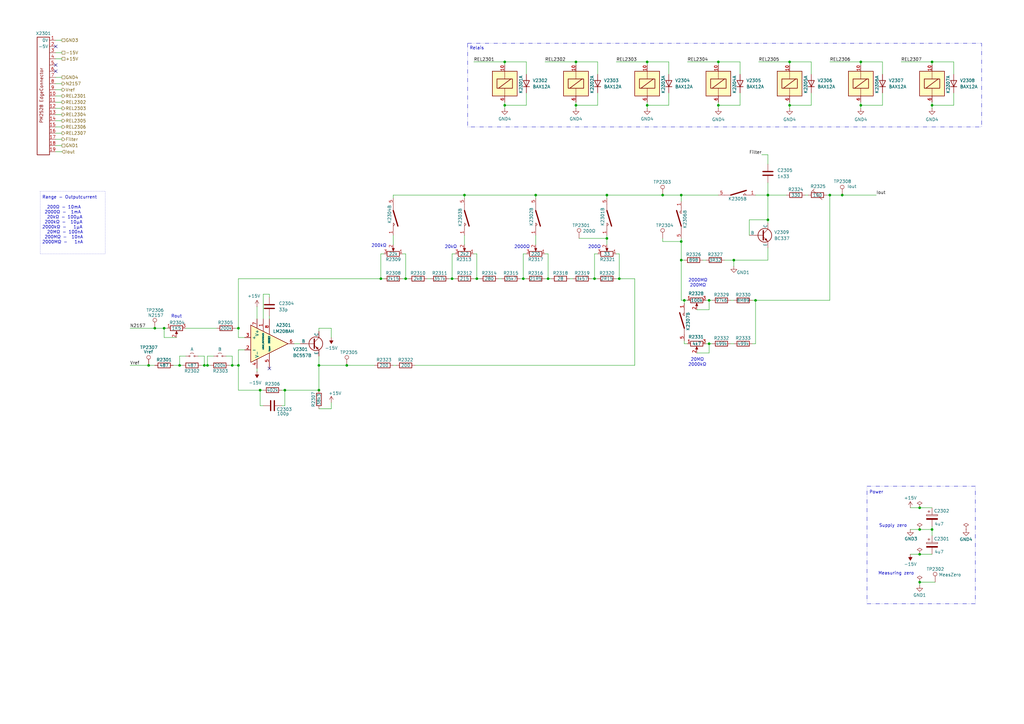
<source format=kicad_sch>
(kicad_sch (version 20250114) (generator "eeschema") (generator_version "9.0")
  (paper "A3")
  (title_block (title "Philips PM2528 - N23 (Current Source)") (date "2025-08-06") (rev "1.0") (company "D. Kupers"))
  (lib_symbols
    (symbol "Amplifier_Operational:AD8021AR"
      (property "Reference" "U" (at 1.27 7.62 0))
      (property "Value" "AD8021AR" (at 1.27 5.08 0))
      (symbol "AD8021AR_1_1"
        (pin input line (at -10.16 2.54 0) (length 2.54) (name "+") (number "3"))
        (pin input line (at -10.16 -2.54 0) (length 2.54) (name "-") (number "2"))
        (pin power_in line (at -5.08 10.16 270) (length 3.81) (name "V+") (number "7"))
        (pin power_in line (at -5.08 -10.16 90) (length 3.81) (name "V-") (number "4"))
        (pin input line (at -2.54 10.16 270) (length 5.08) (name "LOGIC_REFERENCE") (number "1"))
        (pin input line (at 0 10.16 270) (length 6.35) (name "~{DISABLE}") (number "8"))
        (pin passive line (at 0 -10.16 90) (length 6.35) (name "C_{COMP}") (number "5"))
        (pin output line (at 10.16 0 180) (length 2.54) (name "~") (number "6"))
      )
    )
    (symbol "Connector:TestPoint" (pin_numbers (hide yes)) (pin_names (offset 0.762) (hide yes))
      (property "Reference" "TP" (at 0 6.858 0))
      (property "Value" "TestPoint" (at 0 5.08 0))
      (symbol "TestPoint_1_1"
        (pin passive line (at 0 0 90) (length 2.54) (name "1") (number "1"))
      )
    )
    (symbol "Device:C" (pin_numbers (hide yes)) (pin_names (offset 0.254))
      (property "Reference" "C" (at 0.635 2.54 0))
      (property "Value" "C" (at 0.635 -2.54 0))
      (symbol "C_1_1"
        (pin passive line (at 0 3.81 270) (length 2.794) (name "~") (number "1"))
        (pin passive line (at 0 -3.81 90) (length 2.794) (name "~") (number "2"))
      )
    )
    (symbol "Device:C_Polarized" (pin_numbers (hide yes)) (pin_names (offset 0.254))
      (property "Reference" "C" (at 0.635 2.54 0))
      (property "Value" "C_Polarized" (at 0.635 -2.54 0))
      (symbol "C_Polarized_1_1"
        (pin passive line (at 0 3.81 270) (length 2.794) (name "~") (number "1"))
        (pin passive line (at 0 -3.81 90) (length 2.794) (name "~") (number "2"))
      )
    )
    (symbol "Device:R" (pin_numbers (hide yes)) (pin_names (offset 0))
      (property "Reference" "R" (at 2.032 0 90))
      (property "Value" "R" (at 0 0 90))
      (symbol "R_1_1"
        (pin passive line (at 0 3.81 270) (length 1.27) (name "~") (number "1"))
        (pin passive line (at 0 -3.81 90) (length 1.27) (name "~") (number "2"))
      )
    )
    (symbol "Device:R_Potentiometer" (pin_names (offset 1.016) (hide yes))
      (property "Reference" "RV" (at -4.445 0 90))
      (property "Value" "R_Potentiometer" (at -2.54 0 90))
      (symbol "R_Potentiometer_1_1"
        (pin passive line (at 0 3.81 270) (length 1.27) (name "1") (number "1"))
        (pin passive line (at 0 -3.81 90) (length 1.27) (name "3") (number "3"))
        (pin passive line (at 3.81 0 180) (length 1.27) (name "2") (number "2"))
      )
    )
    (symbol "Device:R_Trim" (pin_numbers (hide yes)) (pin_names (offset 0))
      (property "Reference" "R" (at 2.54 -2.54 90))
      (property "Value" "R_Trim" (at -2.54 -0.635 90))
      (symbol "R_Trim_1_1"
        (pin passive line (at 0 3.81 270) (length 1.27) (name "~") (number "1"))
        (pin passive line (at 0 -3.81 90) (length 1.27) (name "~") (number "2"))
      )
    )
    (symbol "Diode:1N4001" (pin_numbers (hide yes)) (pin_names (hide yes))
      (property "Reference" "D" (at 0 2.54 0))
      (property "Value" "1N4001" (at 0 -2.54 0))
      (symbol "1N4001_1_1"
        (pin passive line (at -3.81 0 0) (length 2.54) (name "K") (number "1"))
        (pin passive line (at 3.81 0 180) (length 2.54) (name "A") (number "2"))
      )
    )
    (symbol "Jumper:Jumper_2_Small_Open" (pin_numbers (hide yes)) (pin_names (offset 0) (hide yes))
      (property "Reference" "JP" (at 0 2.794 0))
      (property "Value" "Jumper_2_Small_Open" (at 0 -2.286 0))
      (symbol "Jumper_2_Small_Open_1_1"
        (pin passive line (at -2.54 0 0) (length 1.27) (name "A") (number "1"))
        (pin passive line (at 2.54 0 180) (length 1.27) (name "B") (number "2"))
      )
    )
    (symbol "PM2528:PCBEdge_Plugincard"
      (property "Reference" "K" (at -0.508 25.4 0))
      (symbol "PCBEdge_Plugincard_1_1"
        (text "PM2528 EdgeConnector" (at -0.762 0.254 900) (effects (font (size 1.27 1.27))))
        (pin passive line (at 5.08 22.86 180) (length 2.54) (name "0V") (number "1"))
        (pin passive line (at 5.08 20.32 180) (length 2.54) (name "-5V") (number "2"))
        (pin passive line (at 5.08 17.78 180) (length 2.54) (name "") (number "3"))
        (pin passive line (at 5.08 15.24 180) (length 2.54) (name "") (number "4"))
        (pin passive line (at 5.08 12.7 180) (length 2.54) (name "") (number "5"))
        (pin passive line (at 5.08 10.16 180) (length 2.54) (name "") (number "6"))
        (pin passive line (at 5.08 7.62 180) (length 2.54) (name "") (number "7"))
        (pin passive line (at 5.08 5.08 180) (length 2.54) (name "") (number "8"))
        (pin passive line (at 5.08 2.54 180) (length 2.54) (name "") (number "9"))
        (pin passive line (at 5.08 0 180) (length 2.54) (name "") (number "10"))
        (pin passive line (at 5.08 -2.54 180) (length 2.54) (name "") (number "11"))
        (pin passive line (at 5.08 -5.08 180) (length 2.54) (name "") (number "12"))
        (pin passive line (at 5.08 -7.62 180) (length 2.54) (name "") (number "13"))
        (pin passive line (at 5.08 -10.16 180) (length 2.54) (name "") (number "14"))
        (pin passive line (at 5.08 -12.7 180) (length 2.54) (name "") (number "15"))
        (pin passive line (at 5.08 -15.24 180) (length 2.54) (name "") (number "16"))
        (pin passive line (at 5.08 -17.78 180) (length 2.54) (name "") (number "17"))
        (pin passive line (at 5.08 -20.32 180) (length 2.54) (name "") (number "18"))
        (pin passive line (at 5.08 -22.86 180) (length 2.54) (name "") (number "19"))
      )
    )
    (symbol "PM2528:RelaisSingleSplit"
      (property "Reference" "K" (at 0 0 0))
      (symbol "RelaisSingleSplit_1_1"
        (pin passive line (at -2.54 10.16 270) (length 2.54) (name "~") (number "10"))
        (pin passive line (at -2.54 -5.08 90) (length 2.54) (name "~") (number "6"))
      )
      (symbol "RelaisSingleSplit_2_1"
        (pin passive line (at 0 7.62 270) (length 2.54) (name "~") (number "1"))
        (pin passive line (at 0 -7.62 90) (length 2.54) (name "~") (number "5"))
      )
    )
    (symbol "Simulation_SPICE:NPN" (pin_numbers (hide yes)) (pin_names (offset 0))
      (property "Reference" "Q" (at -2.54 7.62 0))
      (property "Value" "NPN" (at -2.54 5.08 0))
      (symbol "NPN_1_1"
        (pin input line (at -5.08 0 0) (length 2.54) (name "B") (number "2"))
        (pin open_collector line (at 2.54 5.08 270) (length 2.54) (name "C") (number "1"))
        (pin open_emitter line (at 2.54 -5.08 90) (length 2.54) (name "E") (number "3"))
      )
    )
    (symbol "Simulation_SPICE:PNP" (pin_numbers (hide yes)) (pin_names (offset 0))
      (property "Reference" "Q" (at -2.54 7.62 0))
      (property "Value" "PNP" (at -2.54 5.08 0))
      (symbol "PNP_1_1"
        (pin input line (at -5.08 0 0) (length 2.54) (name "B") (number "2"))
        (pin open_collector line (at 2.54 5.08 270) (length 2.54) (name "C") (number "1"))
        (pin open_emitter line (at 2.54 -5.08 90) (length 2.54) (name "E") (number "3"))
      )
    )
    (symbol "power:+15V" (power) (pin_numbers (hide yes)) (pin_names (offset 0) (hide yes))
      (property "Value" "+15V" (at 0 3.556 0))
      (symbol "+15V_1_1"
        (pin power_in line (at 0 0 90) (length 0) (name "~") (number "1"))
      )
    )
    (symbol "power:-15V" (power) (pin_numbers (hide yes)) (pin_names (offset 0) (hide yes))
      (property "Value" "-15V" (at 0 3.556 0))
      (symbol "-15V_0_0"
        (pin power_in line (at 0 0 90) (length 0) (name "~") (number "1"))
      )
    )
    (symbol "power:GND1" (power) (pin_numbers (hide yes)) (pin_names (offset 0) (hide yes))
      (property "Value" "GND1" (at 0 -3.81 0))
      (symbol "GND1_1_1"
        (pin power_in line (at 0 0 270) (length 0) (name "~") (number "1"))
      )
    )
    (symbol "power:GND3" (power) (pin_numbers (hide yes)) (pin_names (offset 0) (hide yes))
      (property "Value" "GND3" (at 0 -3.81 0))
      (symbol "GND3_1_1"
        (pin power_in line (at 0 0 270) (length 0) (name "~") (number "1"))
      )
    )
    (symbol "power:PWR_FLAG" (power) (pin_numbers (hide yes)) (pin_names (offset 0) (hide yes))
      (property "Value" "PWR_FLAG" (at 0 3.81 0))
      (symbol "PWR_FLAG_0_0"
        (pin power_out line (at 0 0 90) (length 0) (name "~") (number "1"))
      )
    )
  )
  (rectangle (start 191.77 17.78) (end 402.59 52.07) (stroke (width 0) (type dash_dot_dot)))
  (rectangle (start 16.51 78.486) (end 43.18 104.14) (stroke (width 0) (type dot)))
  (rectangle (start 355.6 199.39) (end 400.05 247.65) (stroke (width 0) (type dash_dot_dot)))
  (text "200Ω" (at 243.84 101.346 0) (effects (font (size 1.27 1.27))))
  (text "Power" (at 359.41 201.93 0) (effects (font (size 1.27 1.27))))
  (text "Measuring zero" (at 367.538 235.204 0) (effects (font (size 1.27 1.27))))
  (text "20kΩ" (at 184.912 101.346 0) (effects (font (size 1.27 1.27))))
  (text "2000MΩ\n200MΩ" (at 286.258 116.078 0) (effects (font (size 1.27 1.27))))
  (text "200kΩ" (at 155.448 100.838 0) (effects (font (size 1.27 1.27))))
  (text "20MΩ\n2000kΩ" (at 286.004 148.59 0) (effects (font (size 1.27 1.27))))
  (text "Relais" (at 195.58 19.812 0) (effects (font (size 1.27 1.27))))
  (text "2000Ω" (at 214.122 101.346 0) (effects (font (size 1.27 1.27))))
  (text "Rout" (at 72.39 129.794 0) (effects (font (size 1.27 1.27))))
  (text "Range - Outputcurrent\n\n  200Ω - 10mA\n 2000Ω -  1mA\n  20kΩ - 100µA\n 200kΩ -  10µA\n2000kΩ -   1µA\n  20MΩ - 100nA\n 200MΩ -  10nA\n2000MΩ -   1nA\n" (at 17.272 80.264 0) (effects (font (size 1.27 1.27) (thickness 0.1588)) (justify left top)))
  (text "Supply zero" (at 366.268 215.646 0) (effects (font (size 1.27 1.27))))
  (junction (at 314.96 80.01))
  (junction (at 323.85 43.18))
  (junction (at 63.5 134.62))
  (junction (at 97.79 134.62))
  (junction (at 290.83 123.19))
  (junction (at 214.63 114.3))
  (junction (at 279.4 80.01))
  (junction (at 254 114.3))
  (junction (at 130.81 149.86))
  (junction (at 353.06 25.4))
  (junction (at 67.31 134.62))
  (junction (at 185.42 114.3))
  (junction (at 236.22 43.18))
  (junction (at 219.71 80.01))
  (junction (at 265.43 25.4))
  (junction (at 279.4 106.68))
  (junction (at 382.27 43.18))
  (junction (at 236.22 25.4))
  (junction (at 290.83 140.97))
  (junction (at 340.36 80.01))
  (junction (at 280.67 123.19))
  (junction (at 207.01 25.4))
  (junction (at 116.84 160.02))
  (junction (at 248.92 80.01))
  (junction (at 248.92 97.79))
  (junction (at 294.64 43.18))
  (junction (at 166.37 114.3))
  (junction (at 309.88 123.19))
  (junction (at 377.19 208.28))
  (junction (at 345.44 80.01))
  (junction (at 300.99 106.68))
  (junction (at 377.19 238.76))
  (junction (at 377.19 217.17))
  (junction (at 95.25 149.86))
  (junction (at 207.01 43.18))
  (junction (at 377.19 227.33))
  (junction (at 279.4 99.06))
  (junction (at 243.84 114.3))
  (junction (at 382.27 25.4))
  (junction (at 73.66 149.86))
  (junction (at 314.96 90.17))
  (junction (at 382.27 217.17))
  (junction (at 97.79 149.86))
  (junction (at 224.79 114.3))
  (junction (at 60.96 149.86))
  (junction (at 271.78 80.01))
  (junction (at 85.09 149.86))
  (junction (at 130.81 160.02))
  (junction (at 156.21 114.3))
  (junction (at 106.68 160.02))
  (junction (at 353.06 43.18))
  (junction (at 323.85 25.4))
  (junction (at 265.43 43.18))
  (junction (at 190.5 80.01))
  (junction (at 142.24 149.86))
  (junction (at 195.58 114.3))
  (junction (at 294.64 25.4))
  (junction (at 83.82 149.86))
  (no_connect (at 110.49 151.13))
  (no_connect (at 22.86 29.21))
  (no_connect (at 22.86 19.05))
  (no_connect (at 22.86 26.67))
  (wire (pts (xy 340.36 80.01) (xy 340.36 123.19)))
  (wire (pts (xy 63.5 134.62) (xy 67.31 134.62)))
  (wire (pts (xy 95.25 146.05) (xy 95.25 149.86)))
  (wire (pts (xy 96.52 134.62) (xy 97.79 134.62)))
  (wire (pts (xy 290.83 123.19) (xy 292.1 123.19)))
  (wire (pts (xy 195.58 114.3) (xy 196.85 114.3)))
  (wire (pts (xy 213.36 114.3) (xy 214.63 114.3)))
  (wire (pts (xy 309.88 123.19) (xy 340.36 123.19)))
  (wire (pts (xy 289.56 123.19) (xy 290.83 123.19)))
  (wire (pts (xy 323.85 44.45) (xy 323.85 43.18)))
  (wire (pts (xy 116.84 160.02) (xy 130.81 160.02)))
  (wire (pts (xy 330.2 80.01) (xy 331.47 80.01)))
  (wire (pts (xy 157.48 114.3) (xy 156.21 114.3)))
  (wire (pts (xy 135.89 167.64) (xy 135.89 165.1)))
  (wire (pts (xy 130.81 135.89) (xy 130.81 134.62)))
  (wire (pts (xy 207.01 25.4) (xy 207.01 26.67)))
  (wire (pts (xy 314.96 80.01) (xy 314.96 90.17)))
  (wire (pts (xy 279.4 97.79) (xy 279.4 99.06)))
  (wire (pts (xy 289.56 140.97) (xy 290.83 140.97)))
  (wire (pts (xy 314.96 90.17) (xy 314.96 91.44)))
  (wire (pts (xy 245.11 43.18) (xy 236.22 43.18)))
  (wire (pts (xy 185.42 104.14) (xy 185.42 114.3)))
  (wire (pts (xy 299.72 123.19) (xy 300.99 123.19)))
  (wire (pts (xy 254 114.3) (xy 260.35 114.3)))
  (wire (pts (xy 53.34 134.62) (xy 63.5 134.62)))
  (wire (pts (xy 323.85 25.4) (xy 323.85 26.67)))
  (wire (pts (xy 71.12 149.86) (xy 73.66 149.86)))
  (wire (pts (xy 279.4 123.19) (xy 280.67 123.19)))
  (wire (pts (xy 252.73 25.4) (xy 265.43 25.4)))
  (wire (pts (xy 130.81 149.86) (xy 130.81 146.05)))
  (wire (pts (xy 314.96 80.01) (xy 322.58 80.01)))
  (wire (pts (xy 107.95 160.02) (xy 106.68 160.02)))
  (wire (pts (xy 97.79 114.3) (xy 156.21 114.3)))
  (wire (pts (xy 339.09 80.01) (xy 340.36 80.01)))
  (wire (pts (xy 107.95 120.65) (xy 110.49 120.65)))
  (wire (pts (xy 274.32 38.1) (xy 274.32 43.18)))
  (wire (pts (xy 161.29 81.28) (xy 161.29 80.01)))
  (wire (pts (xy 76.2 146.05) (xy 73.66 146.05)))
  (wire (pts (xy 314.96 106.68) (xy 300.99 106.68)))
  (wire (pts (xy 373.38 227.33) (xy 377.19 227.33)))
  (wire (pts (xy 308.61 123.19) (xy 309.88 123.19)))
  (wire (pts (xy 260.35 114.3) (xy 260.35 149.86)))
  (wire (pts (xy 382.27 217.17) (xy 382.27 219.71)))
  (wire (pts (xy 248.92 100.33) (xy 248.92 97.79)))
  (wire (pts (xy 95.25 149.86) (xy 97.79 149.86)))
  (wire (pts (xy 265.43 25.4) (xy 274.32 25.4)))
  (wire (pts (xy 22.86 24.13) (xy 25.4 24.13)))
  (wire (pts (xy 274.32 43.18) (xy 265.43 43.18)))
  (wire (pts (xy 285.75 144.78) (xy 290.83 144.78)))
  (wire (pts (xy 294.64 25.4) (xy 294.64 26.67)))
  (wire (pts (xy 207.01 25.4) (xy 215.9 25.4)))
  (wire (pts (xy 130.81 149.86) (xy 142.24 149.86)))
  (wire (pts (xy 175.26 114.3) (xy 176.53 114.3)))
  (wire (pts (xy 377.19 238.76) (xy 377.19 240.03)))
  (wire (pts (xy 72.39 138.43) (xy 67.31 138.43)))
  (wire (pts (xy 279.4 80.01) (xy 294.64 80.01)))
  (wire (pts (xy 67.31 134.62) (xy 68.58 134.62)))
  (wire (pts (xy 265.43 44.45) (xy 265.43 43.18)))
  (wire (pts (xy 223.52 104.14) (xy 224.79 104.14)))
  (wire (pts (xy 307.34 90.17) (xy 314.96 90.17)))
  (wire (pts (xy 345.44 80.01) (xy 359.41 80.01)))
  (wire (pts (xy 236.22 43.18) (xy 236.22 41.91)))
  (wire (pts (xy 361.95 43.18) (xy 353.06 43.18)))
  (wire (pts (xy 377.19 238.76) (xy 383.54 238.76)))
  (wire (pts (xy 290.83 140.97) (xy 292.1 140.97)))
  (wire (pts (xy 290.83 127) (xy 290.83 123.19)))
  (wire (pts (xy 308.61 140.97) (xy 309.88 140.97)))
  (wire (pts (xy 382.27 43.18) (xy 382.27 41.91)))
  (wire (pts (xy 190.5 80.01) (xy 219.71 80.01)))
  (wire (pts (xy 353.06 25.4) (xy 361.95 25.4)))
  (wire (pts (xy 369.57 25.4) (xy 382.27 25.4)))
  (wire (pts (xy 22.86 39.37) (xy 25.4 39.37)))
  (wire (pts (xy 219.71 80.01) (xy 219.71 81.28)))
  (wire (pts (xy 156.21 104.14) (xy 156.21 114.3)))
  (wire (pts (xy 373.38 217.17) (xy 377.19 217.17)))
  (wire (pts (xy 22.86 31.75) (xy 25.4 31.75)))
  (wire (pts (xy 105.41 125.73) (xy 105.41 130.81)))
  (wire (pts (xy 391.16 43.18) (xy 382.27 43.18)))
  (wire (pts (xy 314.96 101.6) (xy 314.96 106.68)))
  (wire (pts (xy 135.89 134.62) (xy 135.89 138.43)))
  (wire (pts (xy 303.53 38.1) (xy 303.53 43.18)))
  (wire (pts (xy 243.84 104.14) (xy 243.84 114.3)))
  (wire (pts (xy 254 104.14) (xy 254 114.3)))
  (wire (pts (xy 314.96 63.5) (xy 314.96 67.31)))
  (wire (pts (xy 85.09 146.05) (xy 85.09 149.86)))
  (wire (pts (xy 93.98 149.86) (xy 95.25 149.86)))
  (wire (pts (xy 377.19 217.17) (xy 382.27 217.17)))
  (wire (pts (xy 382.27 215.9) (xy 382.27 217.17)))
  (wire (pts (xy 166.37 104.14) (xy 166.37 114.3)))
  (wire (pts (xy 207.01 44.45) (xy 207.01 43.18)))
  (wire (pts (xy 194.31 114.3) (xy 195.58 114.3)))
  (wire (pts (xy 22.86 59.69) (xy 25.4 59.69)))
  (wire (pts (xy 361.95 38.1) (xy 361.95 43.18)))
  (wire (pts (xy 67.31 138.43) (xy 67.31 134.62)))
  (wire (pts (xy 83.82 149.86) (xy 85.09 149.86)))
  (wire (pts (xy 361.95 25.4) (xy 361.95 30.48)))
  (wire (pts (xy 156.21 104.14) (xy 157.48 104.14)))
  (wire (pts (xy 97.79 160.02) (xy 97.79 149.86)))
  (wire (pts (xy 309.88 123.19) (xy 309.88 140.97)))
  (wire (pts (xy 245.11 25.4) (xy 245.11 30.48)))
  (wire (pts (xy 116.84 166.37) (xy 116.84 160.02)))
  (wire (pts (xy 97.79 143.51) (xy 100.33 143.51)))
  (wire (pts (xy 207.01 43.18) (xy 207.01 41.91)))
  (wire (pts (xy 22.86 36.83) (xy 25.4 36.83)))
  (wire (pts (xy 332.74 43.18) (xy 323.85 43.18)))
  (wire (pts (xy 279.4 106.68) (xy 279.4 123.19)))
  (wire (pts (xy 288.29 106.68) (xy 289.56 106.68)))
  (wire (pts (xy 353.06 25.4) (xy 353.06 26.67)))
  (wire (pts (xy 279.4 80.01) (xy 271.78 80.01)))
  (wire (pts (xy 260.35 149.86) (xy 170.18 149.86)))
  (wire (pts (xy 120.65 140.97) (xy 123.19 140.97)))
  (wire (pts (xy 279.4 106.68) (xy 280.67 106.68)))
  (wire (pts (xy 299.72 140.97) (xy 300.99 140.97)))
  (wire (pts (xy 215.9 104.14) (xy 214.63 104.14)))
  (wire (pts (xy 215.9 38.1) (xy 215.9 43.18)))
  (wire (pts (xy 214.63 114.3) (xy 215.9 114.3)))
  (wire (pts (xy 290.83 144.78) (xy 290.83 140.97)))
  (wire (pts (xy 223.52 25.4) (xy 236.22 25.4)))
  (wire (pts (xy 204.47 114.3) (xy 205.74 114.3)))
  (wire (pts (xy 185.42 114.3) (xy 186.69 114.3)))
  (wire (pts (xy 165.1 114.3) (xy 166.37 114.3)))
  (wire (pts (xy 294.64 44.45) (xy 294.64 43.18)))
  (wire (pts (xy 22.86 52.07) (xy 25.4 52.07)))
  (wire (pts (xy 215.9 43.18) (xy 207.01 43.18)))
  (wire (pts (xy 332.74 25.4) (xy 332.74 30.48)))
  (wire (pts (xy 303.53 25.4) (xy 303.53 30.48)))
  (wire (pts (xy 83.82 146.05) (xy 81.28 146.05)))
  (wire (pts (xy 265.43 43.18) (xy 265.43 41.91)))
  (wire (pts (xy 60.96 149.86) (xy 63.5 149.86)))
  (wire (pts (xy 245.11 38.1) (xy 245.11 43.18)))
  (wire (pts (xy 294.64 43.18) (xy 294.64 41.91)))
  (wire (pts (xy 245.11 104.14) (xy 243.84 104.14)))
  (wire (pts (xy 22.86 62.23) (xy 25.4 62.23)))
  (wire (pts (xy 73.66 149.86) (xy 74.93 149.86)))
  (wire (pts (xy 252.73 114.3) (xy 254 114.3)))
  (wire (pts (xy 280.67 124.46) (xy 280.67 123.19)))
  (wire (pts (xy 190.5 81.28) (xy 190.5 80.01)))
  (wire (pts (xy 391.16 38.1) (xy 391.16 43.18)))
  (wire (pts (xy 186.69 104.14) (xy 185.42 104.14)))
  (wire (pts (xy 285.75 127) (xy 290.83 127)))
  (wire (pts (xy 281.94 25.4) (xy 294.64 25.4)))
  (wire (pts (xy 271.78 99.06) (xy 279.4 99.06)))
  (wire (pts (xy 340.36 80.01) (xy 345.44 80.01)))
  (wire (pts (xy 22.86 49.53) (xy 25.4 49.53)))
  (wire (pts (xy 105.41 151.13) (xy 105.41 152.4)))
  (wire (pts (xy 236.22 25.4) (xy 245.11 25.4)))
  (wire (pts (xy 115.57 166.37) (xy 116.84 166.37)))
  (wire (pts (xy 314.96 74.93) (xy 314.96 80.01)))
  (wire (pts (xy 353.06 43.18) (xy 353.06 41.91)))
  (wire (pts (xy 97.79 138.43) (xy 100.33 138.43)))
  (wire (pts (xy 252.73 104.14) (xy 254 104.14)))
  (wire (pts (xy 85.09 149.86) (xy 86.36 149.86)))
  (wire (pts (xy 130.81 160.02) (xy 130.81 149.86)))
  (wire (pts (xy 377.19 227.33) (xy 382.27 227.33)))
  (wire (pts (xy 97.79 143.51) (xy 97.79 149.86)))
  (wire (pts (xy 161.29 149.86) (xy 162.56 149.86)))
  (wire (pts (xy 382.27 25.4) (xy 391.16 25.4)))
  (wire (pts (xy 300.99 106.68) (xy 300.99 109.22)))
  (wire (pts (xy 142.24 149.86) (xy 153.67 149.86)))
  (wire (pts (xy 274.32 25.4) (xy 274.32 30.48)))
  (wire (pts (xy 161.29 80.01) (xy 190.5 80.01)))
  (wire (pts (xy 195.58 104.14) (xy 195.58 114.3)))
  (wire (pts (xy 130.81 167.64) (xy 135.89 167.64)))
  (wire (pts (xy 76.2 134.62) (xy 88.9 134.62)))
  (wire (pts (xy 309.88 80.01) (xy 314.96 80.01)))
  (wire (pts (xy 97.79 114.3) (xy 97.79 134.62)))
  (wire (pts (xy 265.43 25.4) (xy 265.43 26.67)))
  (wire (pts (xy 382.27 44.45) (xy 382.27 43.18)))
  (wire (pts (xy 115.57 160.02) (xy 116.84 160.02)))
  (wire (pts (xy 224.79 114.3) (xy 226.06 114.3)))
  (wire (pts (xy 311.15 25.4) (xy 323.85 25.4)))
  (wire (pts (xy 297.18 106.68) (xy 300.99 106.68)))
  (wire (pts (xy 242.57 114.3) (xy 243.84 114.3)))
  (wire (pts (xy 92.71 146.05) (xy 95.25 146.05)))
  (wire (pts (xy 323.85 25.4) (xy 332.74 25.4)))
  (wire (pts (xy 215.9 25.4) (xy 215.9 30.48)))
  (wire (pts (xy 106.68 166.37) (xy 106.68 160.02)))
  (wire (pts (xy 190.5 96.52) (xy 190.5 100.33)))
  (wire (pts (xy 236.22 44.45) (xy 236.22 43.18)))
  (wire (pts (xy 22.86 21.59) (xy 25.4 21.59)))
  (wire (pts (xy 110.49 120.65) (xy 110.49 121.92)))
  (wire (pts (xy 22.86 46.99) (xy 25.4 46.99)))
  (wire (pts (xy 280.67 123.19) (xy 281.94 123.19)))
  (wire (pts (xy 83.82 146.05) (xy 83.82 149.86)))
  (wire (pts (xy 279.4 99.06) (xy 279.4 106.68)))
  (wire (pts (xy 87.63 146.05) (xy 85.09 146.05)))
  (wire (pts (xy 184.15 114.3) (xy 185.42 114.3)))
  (wire (pts (xy 294.64 25.4) (xy 303.53 25.4)))
  (wire (pts (xy 161.29 96.52) (xy 161.29 100.33)))
  (wire (pts (xy 22.86 44.45) (xy 25.4 44.45)))
  (wire (pts (xy 332.74 38.1) (xy 332.74 43.18)))
  (wire (pts (xy 106.68 160.02) (xy 97.79 160.02)))
  (wire (pts (xy 107.95 130.81) (xy 107.95 120.65)))
  (wire (pts (xy 382.27 25.4) (xy 382.27 26.67)))
  (wire (pts (xy 243.84 114.3) (xy 245.11 114.3)))
  (wire (pts (xy 307.34 96.52) (xy 307.34 90.17)))
  (wire (pts (xy 248.92 80.01) (xy 271.78 80.01)))
  (wire (pts (xy 280.67 140.97) (xy 281.94 140.97)))
  (wire (pts (xy 22.86 34.29) (xy 25.4 34.29)))
  (wire (pts (xy 233.68 114.3) (xy 234.95 114.3)))
  (wire (pts (xy 279.4 80.01) (xy 279.4 82.55)))
  (wire (pts (xy 323.85 43.18) (xy 323.85 41.91)))
  (wire (pts (xy 271.78 99.06) (xy 271.78 97.79)))
  (wire (pts (xy 373.38 208.28) (xy 377.19 208.28)))
  (wire (pts (xy 110.49 129.54) (xy 110.49 130.81)))
  (wire (pts (xy 73.66 146.05) (xy 73.66 149.86)))
  (wire (pts (xy 130.81 134.62) (xy 135.89 134.62)))
  (wire (pts (xy 280.67 139.7) (xy 280.67 140.97)))
  (wire (pts (xy 194.31 104.14) (xy 195.58 104.14)))
  (wire (pts (xy 223.52 114.3) (xy 224.79 114.3)))
  (wire (pts (xy 377.19 208.28) (xy 382.27 208.28)))
  (wire (pts (xy 166.37 114.3) (xy 167.64 114.3)))
  (wire (pts (xy 312.42 63.5) (xy 314.96 63.5)))
  (wire (pts (xy 236.22 25.4) (xy 236.22 26.67)))
  (wire (pts (xy 194.31 25.4) (xy 207.01 25.4)))
  (wire (pts (xy 224.79 104.14) (xy 224.79 114.3)))
  (wire (pts (xy 353.06 44.45) (xy 353.06 43.18)))
  (wire (pts (xy 22.86 54.61) (xy 25.4 54.61)))
  (wire (pts (xy 237.49 97.79) (xy 248.92 97.79)))
  (wire (pts (xy 22.86 16.51) (xy 25.4 16.51)))
  (wire (pts (xy 391.16 25.4) (xy 391.16 30.48)))
  (wire (pts (xy 22.86 41.91) (xy 25.4 41.91)))
  (wire (pts (xy 303.53 43.18) (xy 294.64 43.18)))
  (wire (pts (xy 22.86 57.15) (xy 25.4 57.15)))
  (wire (pts (xy 97.79 134.62) (xy 97.79 138.43)))
  (wire (pts (xy 214.63 104.14) (xy 214.63 114.3)))
  (wire (pts (xy 82.55 149.86) (xy 83.82 149.86)))
  (wire (pts (xy 107.95 166.37) (xy 106.68 166.37)))
  (wire (pts (xy 248.92 80.01) (xy 248.92 81.28)))
  (wire (pts (xy 165.1 104.14) (xy 166.37 104.14)))
  (wire (pts (xy 248.92 97.79) (xy 248.92 96.52)))
  (wire (pts (xy 219.71 100.33) (xy 219.71 96.52)))
  (wire (pts (xy 219.71 80.01) (xy 248.92 80.01)))
  (wire (pts (xy 53.34 149.86) (xy 60.96 149.86)))
  (wire (pts (xy 340.36 25.4) (xy 353.06 25.4)))
  (label "REL2301" (at 194.31 25.4 0))
  (label "REL2305" (at 311.15 25.4 0))
  (label "Vref" (at 53.34 149.86 0))
  (label "REL2304" (at 281.94 25.4 0))
  (label "REL2302" (at 223.52 25.4 0))
  (label "N2157" (at 53.34 134.62 0))
  (label "Iout" (at 359.41 80.01 0))
  (label "REL2306" (at 340.36 25.4 0))
  (label "REL2303" (at 252.73 25.4 0))
  (label "Filter" (at 312.42 63.5 180))
  (label "REL2307" (at 369.57 25.4 0))
  (hierarchical_label "+15V" (shape passive) (at 25.4 24.13 0))
  (hierarchical_label "Filter" (shape output) (at 25.4 57.15 0))
  (hierarchical_label "REL2306" (shape output) (at 25.4 52.07 0))
  (hierarchical_label "Iout" (shape input) (at 25.4 62.23 0))
  (hierarchical_label "REL2303" (shape output) (at 25.4 44.45 0))
  (hierarchical_label "REL2302" (shape output) (at 25.4 41.91 0))
  (hierarchical_label "GND3" (shape passive) (at 25.4 16.51 0))
  (hierarchical_label "GND1" (shape passive) (at 25.4 59.69 0))
  (hierarchical_label "REL2304" (shape output) (at 25.4 46.99 0))
  (hierarchical_label "Vref" (shape output) (at 25.4 36.83 0))
  (hierarchical_label "REL2301" (shape output) (at 25.4 39.37 0))
  (hierarchical_label "N2157" (shape output) (at 25.4 34.29 0))
  (hierarchical_label "GND4" (shape passive) (at 25.4 31.75 0))
  (hierarchical_label "REL2305" (shape output) (at 25.4 49.53 0))
  (hierarchical_label "-15V" (shape passive) (at 25.4 21.59 0))
  (hierarchical_label "REL2307" (shape output) (at 25.4 54.61 0))
  (symbol (lib_id "Device:R") (at 92.71 134.62 90) (unit 1)
    (property "Reference" "R2305" (at 92.456 132.334 90))
    (property "Value" "200k" (at 92.71 134.62 90))
    (property "Footprint" "Resistor_THT:R_Axial_DIN0309_L9.0mm_D3.2mm_P12.70mm_Horizontal" (effects (hide yes)))
    (property "Description" "Resistor" (effects (hide yes)))
  )
  (symbol (lib_id "Device:R_Trim") (at 335.28 80.01 90) (unit 1)
    (property "Reference" "R2325" (at 335.534 76.454 90))
    (property "Value" "100" (at 335.28 80.01 90))
    (property "Footprint" "Varistor:RV_Disc_D7mm_W3.9mm_P5mm" (effects (hide yes)))
    (property "Description" "Trimmable resistor (preset resistor)" (effects (hide yes)))
  )
  (symbol (lib_id "Device:R") (at 166.37 149.86 90) (mirror x) (unit 1)
    (property "Reference" "R2322" (at 166.37 147.574 90))
    (property "Value" "200" (at 166.37 149.86 90))
    (property "Footprint" "Resistor_THT:R_Axial_DIN0309_L9.0mm_D3.2mm_P12.70mm_Horizontal" (effects (hide yes)))
    (property "Description" "Resistor" (effects (hide yes)))
  )
  (symbol (lib_id "Device:R") (at 248.92 114.3 90) (mirror x) (unit 1)
    (property "Reference" "R2320" (at 248.92 112.014 90))
    (property "Value" "2R15" (at 248.92 114.3 90))
    (property "Footprint" "Resistor_THT:R_Axial_DIN0207_L6.3mm_D2.5mm_P10.16mm_Horizontal" (effects (hide yes)))
    (property "Description" "Resistor" (effects (hide yes)))
  )
  (symbol (lib_id "Device:R_Potentiometer") (at 190.5 104.14 270) (mirror x) (unit 1)
    (property "Reference" "R2313" (at 190.246 106.426 90))
    (property "Value" "2k2" (at 190.5 104.14 90))
    (property "Footprint" "PM2528:Trimmer vertical" (effects (hide yes)))
    (property "Description" "Potentiometer" (effects (hide yes)))
  )
  (symbol (lib_id "Device:R") (at 157.48 149.86 90) (mirror x) (unit 1)
    (property "Reference" "R2323" (at 157.48 147.574 90))
    (property "Value" "200" (at 157.48 149.86 90))
    (property "Footprint" "Resistor_THT:R_Axial_DIN0309_L9.0mm_D3.2mm_P12.70mm_Horizontal" (effects (hide yes)))
    (property "Description" "Resistor" (effects (hide yes)))
  )
  (symbol (lib_id "Device:R") (at 171.45 114.3 90) (mirror x) (unit 1)
    (property "Reference" "R2310" (at 171.45 112.014 90))
    (property "Value" "2k8" (at 171.45 114.3 90))
    (property "Footprint" "Resistor_THT:R_Axial_DIN0207_L6.3mm_D2.5mm_P10.16mm_Horizontal" (effects (hide yes)))
    (property "Description" "Resistor" (effects (hide yes)))
  )
  (symbol (lib_id "Device:R") (at 284.48 106.68 90) (mirror x) (unit 1)
    (property "Reference" "R2326" (at 284.48 104.394 90))
    (property "Value" "898" (at 284.48 106.68 90))
    (property "Footprint" "Resistor_THT:R_Axial_DIN0207_L6.3mm_D2.5mm_P10.16mm_Horizontal" (effects (hide yes)))
    (property "Description" "Resistor" (effects (hide yes)))
  )
  (symbol (lib_id "power:-15V") (at 105.41 152.4 180) (unit 1)
    (property "Reference" "#PWR012" (effects (hide yes)))
    (property "Value" "-15V" (at 104.648 156.972 0))
    (property "Description" "Power symbol creates a global label with name \"-15V\"" (effects (hide yes)))
  )
  (symbol (lib_id "Device:R") (at 161.29 114.3 90) (mirror x) (unit 1)
    (property "Reference" "R2308" (at 161.29 112.014 90))
    (property "Value" "2k15" (at 161.29 114.3 90))
    (property "Footprint" "Resistor_THT:R_Axial_DIN0207_L6.3mm_D2.5mm_P10.16mm_Horizontal" (effects (hide yes)))
    (property "Description" "Resistor" (effects (hide yes)))
  )
  (symbol (lib_id "Diode:1N4001") (at 361.95 34.29 90) (unit 1)
    (property "Reference" "V2307" (at 364.49 33.0199 90) (effects (justify right)))
    (property "Value" "BAX12A" (at 364.49 35.5599 90) (effects (justify right)))
    (property "Footprint" "Diode_THT:D_DO-41_SOD81_P10.16mm_Horizontal" (effects (hide yes)))
    (property "Datasheet" "http://www.vishay.com/docs/88503/1n4001.pdf" (effects (hide yes)))
    (property "Description" "50V 1A General Purpose Rectifier Diode, DO-41" (effects (hide yes)))
    (property "Sim.Device" "D" (effects (hide yes)))
    (property "Sim.Pins" "1=K 2=A" (effects (hide yes)))
  )
  (symbol (lib_id "Connector:TestPoint") (at 383.54 238.76 0) (unit 1)
    (property "Reference" "TP2302" (at 379.984 233.426 0) (effects (justify left)))
    (property "Value" "MeasZero" (at 385.064 235.712 0) (effects (justify left)))
    (property "Footprint" "Connector_Pin:Pin_D0.9mm_L10.0mm_W2.4mm_FlatFork" (effects (hide yes)))
    (property "Description" "test point" (effects (hide yes)))
  )
  (symbol (lib_id "power:PWR_FLAG") (at 377.19 208.28 0) (unit 1)
    (property "Reference" "#FLG01" (effects (hide yes)))
    (property "Value" "PWR_FLAG" (effects (hide yes)))
    (property "Description" "Special symbol for telling ERC where power comes from" (effects (hide yes)))
  )
  (symbol (lib_id "power:GND3") (at 294.64 44.45 0) (unit 1)
    (property "Reference" "#PWR05" (effects (hide yes)))
    (property "Value" "GND4" (at 294.64 49.022 0))
    (property "Description" "Power symbol creates a global label with name \"GND3\" , ground" (effects (hide yes)))
  )
  (symbol (lib_id "Diode:1N4001") (at 332.74 34.29 90) (unit 1)
    (property "Reference" "V2306" (at 335.28 33.0199 90) (effects (justify right)))
    (property "Value" "BAX12A" (at 335.28 35.5599 90) (effects (justify right)))
    (property "Footprint" "Diode_THT:D_DO-41_SOD81_P10.16mm_Horizontal" (effects (hide yes)))
    (property "Datasheet" "http://www.vishay.com/docs/88503/1n4001.pdf" (effects (hide yes)))
    (property "Description" "50V 1A General Purpose Rectifier Diode, DO-41" (effects (hide yes)))
    (property "Sim.Device" "D" (effects (hide yes)))
    (property "Sim.Pins" "1=K 2=A" (effects (hide yes)))
  )
  (symbol (lib_id "Device:R") (at 229.87 114.3 90) (mirror x) (unit 1)
    (property "Reference" "R2318" (at 229.87 112.014 90))
    (property "Value" "28" (at 229.87 114.3 90))
    (property "Footprint" "Resistor_THT:R_Axial_DIN0207_L6.3mm_D2.5mm_P10.16mm_Horizontal" (effects (hide yes)))
    (property "Description" "Resistor" (effects (hide yes)))
  )
  (symbol (lib_id "Device:R") (at 209.55 114.3 90) (mirror x) (unit 1)
    (property "Reference" "R2315" (at 209.55 112.014 90))
    (property "Value" "35k7" (at 209.55 114.3 90))
    (property "Footprint" "Resistor_THT:R_Axial_DIN0207_L6.3mm_D2.5mm_P10.16mm_Horizontal" (effects (hide yes)))
    (property "Description" "Resistor" (effects (hide yes)))
  )
  (symbol (lib_id "Device:R") (at 190.5 114.3 90) (mirror x) (unit 1)
    (property "Reference" "R2312" (at 190.5 112.014 90))
    (property "Value" "215" (at 190.5 114.3 90))
    (property "Footprint" "Resistor_THT:R_Axial_DIN0207_L6.3mm_D2.5mm_P10.16mm_Horizontal" (effects (hide yes)))
    (property "Description" "Resistor" (effects (hide yes)))
  )
  (symbol (lib_id "power:PWR_FLAG") (at 377.19 217.17 0) (unit 1)
    (property "Reference" "#FLG02" (effects (hide yes)))
    (property "Value" "PWR_FLAG" (effects (hide yes)))
    (property "Description" "Special symbol for telling ERC where power comes from" (effects (hide yes)))
  )
  (symbol (lib_id "Jumper:Jumper_2_Small_Open") (at 90.17 146.05 0) (unit 1)
    (property "Reference" "JP2302" (effects (hide yes)))
    (property "Value" "B" (at 90.17 143.256 0))
    (property "Footprint" "TestPoint:TestPoint_Bridge_Pitch5.08mm_Drill0.7mm" (effects (hide yes)))
    (property "Description" "Jumper, 2-pole, small symbol, open" (effects (hide yes)))
  )
  (symbol (lib_id "Device:R") (at 295.91 140.97 90) (mirror x) (unit 1)
    (property "Reference" "R2332" (at 295.91 138.684 90))
    (property "Value" "499k" (at 295.91 140.97 90))
    (property "Footprint" "Resistor_THT:R_Axial_DIN0309_L9.0mm_D3.2mm_P12.70mm_Horizontal" (effects (hide yes)))
    (property "Description" "Resistor" (effects (hide yes)))
  )
  (symbol (lib_id "power:+15V") (at 373.38 208.28 0) (unit 1)
    (property "Reference" "#PWR011" (effects (hide yes)))
    (property "Value" "+15V" (at 373.38 204.216 0))
    (property "Description" "Power symbol creates a global label with name \"+15V\"" (effects (hide yes)))
  )
  (symbol (lib_id "Device:C") (at 110.49 125.73 0) (unit 1)
    (property "Reference" "C2304" (at 114.3 124.4599 0) (effects (justify left)))
    (property "Value" "33p" (at 114.3 126.9999 0) (effects (justify left)))
    (property "Footprint" "Capacitor_THT:C_Disc_D4.3mm_W1.9mm_P5.00mm" (effects (hide yes)))
    (property "Description" "Unpolarized capacitor" (effects (hide yes)))
  )
  (symbol (lib_id "power:GND3") (at 373.38 217.17 0) (unit 1)
    (property "Reference" "#PWR01" (effects (hide yes)))
    (property "Value" "GND3" (at 373.634 220.98 0))
    (property "Description" "Power symbol creates a global label with name \"GND3\" , ground" (effects (hide yes)))
  )
  (symbol (lib_id "Simulation_SPICE:NPN") (at 312.42 96.52 0) (unit 1)
    (property "Reference" "V2309" (at 317.5 95.2499 0) (effects (justify left)))
    (property "Value" "BC337" (at 317.5 97.7899 0) (effects (justify left)))
    (property "Footprint" "Package_TO_SOT_THT:TO-92" (effects (hide yes)))
    (property "Datasheet" "https://ngspice.sourceforge.io/docs/ngspice-html-manual/manual.xhtml#cha_BJTs" (effects (hide yes)))
    (property "Description" "Bipolar transistor symbol for simulation only, substrate tied to the emitter" (effects (hide yes)))
    (property "Sim.Device" "NPN" (effects (hide yes)))
    (property "Sim.Type" "GUMMELPOON" (effects (hide yes)))
    (property "Sim.Pins" "1=C 2=B 3=E" (effects (hide yes)))
  )
  (symbol (lib_id "Device:R") (at 111.76 160.02 90) (unit 1)
    (property "Reference" "R2306" (at 111.76 157.48 90))
    (property "Value" "402k" (at 111.76 160.02 90))
    (property "Footprint" "Resistor_THT:R_Axial_DIN0309_L9.0mm_D3.2mm_P12.70mm_Horizontal" (effects (hide yes)))
    (property "Description" "Resistor" (effects (hide yes)))
  )
  (symbol (lib_id "Device:C_Polarized") (at 382.27 212.09 0) (unit 1)
    (property "Reference" "C2302" (at 383.032 209.55 0) (effects (justify left)))
    (property "Value" "4u7" (at 383.286 214.884 0) (effects (justify left)))
    (property "Footprint" "Capacitor_THT:CP_Radial_Tantal_D4.5mm_P5.00mm" (effects (hide yes)))
    (property "Description" "Polarized capacitor" (effects (hide yes)))
  )
  (symbol (lib_id "Diode:1N4001") (at 303.53 34.29 90) (unit 1)
    (property "Reference" "V2305" (at 306.07 33.0199 90) (effects (justify right)))
    (property "Value" "BAX12A" (at 306.07 35.5599 90) (effects (justify right)))
    (property "Footprint" "Diode_THT:D_DO-41_SOD81_P10.16mm_Horizontal" (effects (hide yes)))
    (property "Datasheet" "http://www.vishay.com/docs/88503/1n4001.pdf" (effects (hide yes)))
    (property "Description" "50V 1A General Purpose Rectifier Diode, DO-41" (effects (hide yes)))
    (property "Sim.Device" "D" (effects (hide yes)))
    (property "Sim.Pins" "1=K 2=A" (effects (hide yes)))
  )
  (symbol (lib_id "power:GND3") (at 377.19 240.03 0) (unit 1)
    (property "Reference" "#PWR09" (effects (hide yes)))
    (property "Value" "GND1" (at 377.19 244.094 0))
    (property "Description" "Power symbol creates a global label with name \"GND3\" , ground" (effects (hide yes)))
  )
  (symbol (lib_id "Device:R") (at 295.91 123.19 90) (mirror x) (unit 1)
    (property "Reference" "R2329" (at 295.91 120.904 90))
    (property "Value" "97k6" (at 295.91 123.19 90))
    (property "Footprint" "Resistor_THT:R_Axial_DIN0207_L6.3mm_D2.5mm_P10.16mm_Horizontal" (effects (hide yes)))
    (property "Description" "Resistor" (effects (hide yes)))
  )
  (symbol (lib_id "Connector:TestPoint") (at 271.78 97.79 0) (unit 1)
    (property "Reference" "TP2304" (at 268.986 92.456 0) (effects (justify left)))
    (property "Footprint" "Connector_Pin:Pin_D0.9mm_L10.0mm_W2.4mm_FlatFork" (effects (hide yes)))
    (property "Description" "test point" (effects (hide yes)))
  )
  (symbol (lib_id "Diode:1N4001") (at 391.16 34.29 90) (unit 1)
    (property "Reference" "V2308" (at 393.7 33.0199 90) (effects (justify right)))
    (property "Value" "BAX12A" (at 393.7 35.5599 90) (effects (justify right)))
    (property "Footprint" "Diode_THT:D_DO-41_SOD81_P10.16mm_Horizontal" (effects (hide yes)))
    (property "Datasheet" "http://www.vishay.com/docs/88503/1n4001.pdf" (effects (hide yes)))
    (property "Description" "50V 1A General Purpose Rectifier Diode, DO-41" (effects (hide yes)))
    (property "Sim.Device" "D" (effects (hide yes)))
    (property "Sim.Pins" "1=K 2=A" (effects (hide yes)))
  )
  (symbol (lib_id "PM2528:RelaisSingleSplit") (at 355.6 36.83 0) (unit 1)
    (property "Reference" "K2306" (at 359.664 38.354 90) (effects (justify left)))
    (property "Value" "~" (at 359.41 35.56 0) (effects (justify left)))
    (property "Footprint" "PM2528:Reed relay assy" (effects (hide yes)))
  )
  (symbol (lib_id "Device:R") (at 67.31 149.86 90) (unit 1)
    (property "Reference" "R2301" (at 67.31 147.574 90))
    (property "Value" "487" (at 67.31 149.86 90))
    (property "Footprint" "Resistor_THT:R_Axial_DIN0207_L6.3mm_D2.5mm_P10.16mm_Horizontal" (effects (hide yes)))
    (property "Description" "Resistor" (effects (hide yes)))
  )
  (symbol (lib_id "Device:R") (at 200.66 114.3 90) (mirror x) (unit 1)
    (property "Reference" "R2314" (at 200.66 112.014 90))
    (property "Value" "280" (at 200.66 114.3 90))
    (property "Footprint" "Resistor_THT:R_Axial_DIN0207_L6.3mm_D2.5mm_P10.16mm_Horizontal" (effects (hide yes)))
    (property "Description" "Resistor" (effects (hide yes)))
  )
  (symbol (lib_id "Device:R") (at 304.8 123.19 90) (mirror x) (unit 1)
    (property "Reference" "R2330" (at 304.8 120.904 90))
    (property "Value" "8M89" (at 304.8 123.19 90))
    (property "Footprint" "Resistor_THT:R_Axial_DIN0411_L9.9mm_D3.6mm_P15.24mm_Horizontal" (effects (hide yes)))
    (property "Description" "Resistor" (effects (hide yes)))
  )
  (symbol (lib_id "Amplifier_Operational:AD8021AR") (at 110.49 140.97 0) (unit 1)
    (property "Reference" "A2301" (at 116.332 133.35 0))
    (property "Value" "LM208AH" (at 116.332 135.89 0))
    (property "Footprint" "Package_TO_SOT_THT:TO-99-8" (effects (hide yes)))
    (property "Datasheet" "https://www.analog.com/media/en/technical-documentation/data-sheets/AD8021.pdf" (effects (hide yes)))
    (property "Description" "Operational Amplifier, 4.5-24V single/dual supply, low noise, high speed, SOIC-8" (effects (hide yes)))
  )
  (symbol (lib_id "Connector:TestPoint") (at 271.78 80.01 0) (unit 1)
    (property "Reference" "TP2303" (at 267.97 74.676 0) (effects (justify left)))
    (property "Footprint" "Connector_Pin:Pin_D0.9mm_L10.0mm_W2.4mm_FlatFork" (effects (hide yes)))
    (property "Description" "test point" (effects (hide yes)))
  )
  (symbol (lib_id "Device:R_Potentiometer") (at 285.75 123.19 90) (mirror x) (unit 1)
    (property "Reference" "R2328" (at 285.496 120.396 90))
    (property "Value" "100k" (at 285.75 123.19 90))
    (property "Footprint" "PM2528:Trimmer vertical" (effects (hide yes)))
    (property "Description" "Potentiometer" (effects (hide yes)))
  )
  (symbol (lib_id "PM2528:RelaisSingleSplit") (at 238.76 36.83 0) (unit 1)
    (property "Reference" "K2302" (at 242.824 38.354 90) (effects (justify left)))
    (property "Value" "~" (at 242.57 35.56 0) (effects (justify left)))
    (property "Footprint" "PM2528:Reed relay assy" (effects (hide yes)))
  )
  (symbol (lib_id "power:GND3") (at 382.27 44.45 0) (unit 1)
    (property "Reference" "#PWR08" (effects (hide yes)))
    (property "Value" "GND4" (at 382.27 49.022 0))
    (property "Description" "Power symbol creates a global label with name \"GND3\" , ground" (effects (hide yes)))
  )
  (symbol (lib_id "Device:C") (at 314.96 71.12 180) (unit 1)
    (property "Reference" "C2305" (at 318.77 69.8499 0) (effects (justify right)))
    (property "Value" "1n33" (at 318.77 72.3899 0) (effects (justify right)))
    (property "Footprint" "Capacitor_THT:C_Axial_L5.1mm_D3.1mm_P15.00mm_Horizontal" (effects (hide yes)))
    (property "Description" "Unpolarized capacitor" (effects (hide yes)))
  )
  (symbol (lib_id "Device:R") (at 219.71 114.3 90) (mirror x) (unit 1)
    (property "Reference" "R2316" (at 219.71 112.014 90))
    (property "Value" "21R5" (at 219.71 114.3 90))
    (property "Footprint" "Resistor_THT:R_Axial_DIN0207_L6.3mm_D2.5mm_P10.16mm_Horizontal" (effects (hide yes)))
    (property "Description" "Resistor" (effects (hide yes)))
  )
  (symbol (lib_id "power:GND3") (at 353.06 44.45 0) (unit 1)
    (property "Reference" "#PWR07" (effects (hide yes)))
    (property "Value" "GND4" (at 353.06 49.022 0))
    (property "Description" "Power symbol creates a global label with name \"GND3\" , ground" (effects (hide yes)))
  )
  (symbol (lib_id "power:GND3") (at 396.24 217.17 0) (unit 1)
    (property "Reference" "#PWR0101" (effects (hide yes)))
    (property "Value" "GND4" (at 396.24 221.234 0))
    (property "Description" "Power symbol creates a global label with name \"GND3\" , ground" (effects (hide yes)))
  )
  (symbol (lib_id "Simulation_SPICE:PNP") (at 128.27 140.97 0) (unit 1)
    (property "Reference" "V2301" (at 120.142 143.256 0) (effects (justify left)))
    (property "Value" "BC557B" (at 120.142 145.796 0) (effects (justify left)))
    (property "Footprint" "Package_TO_SOT_THT:TO-92" (effects (hide yes)))
    (property "Datasheet" "https://ngspice.sourceforge.io/docs/ngspice-html-manual/manual.xhtml#cha_BJTs" (effects (hide yes)))
    (property "Description" "Bipolar transistor symbol for simulation only, substrate tied to the emitter" (effects (hide yes)))
    (property "Sim.Device" "PNP" (effects (hide yes)))
    (property "Sim.Type" "GUMMELPOON" (effects (hide yes)))
    (property "Sim.Pins" "1=C 2=B 3=E" (effects (hide yes)))
  )
  (symbol (lib_id "power:PWR_FLAG") (at 377.19 238.76 0) (unit 1)
    (property "Reference" "#FLG05" (effects (hide yes)))
    (property "Value" "PWR_FLAG" (effects (hide yes)))
    (property "Description" "Special symbol for telling ERC where power comes from" (effects (hide yes)))
  )
  (symbol (lib_id "Jumper:Jumper_2_Small_Open") (at 78.74 146.05 0) (unit 1)
    (property "Reference" "JP2301" (effects (hide yes)))
    (property "Value" "A" (at 78.74 143.256 0))
    (property "Footprint" "TestPoint:TestPoint_Bridge_Pitch5.08mm_Drill0.7mm" (effects (hide yes)))
    (property "Description" "Jumper, 2-pole, small symbol, open" (effects (hide yes)))
  )
  (symbol (lib_id "Connector:TestPoint") (at 60.96 149.86 0) (unit 1)
    (property "Reference" "TP2307" (at 57.404 142.494 0) (effects (justify left)))
    (property "Value" "Vref" (at 58.928 144.272 0) (effects (justify left)))
    (property "Footprint" "Connector_Pin:Pin_D0.9mm_L10.0mm_W2.4mm_FlatFork" (effects (hide yes)))
    (property "Description" "test point" (effects (hide yes)))
  )
  (symbol (lib_id "Connector:TestPoint") (at 237.49 97.79 0) (unit 1)
    (property "Reference" "TP2301" (at 234.696 92.456 0) (effects (justify left)))
    (property "Value" "200Ω" (at 239.014 94.742 0) (effects (justify left)))
    (property "Footprint" "Connector_Pin:Pin_D0.9mm_L10.0mm_W2.4mm_FlatFork" (effects (hide yes)))
    (property "Description" "test point" (effects (hide yes)))
  )
  (symbol (lib_id "Device:R") (at 326.39 80.01 90) (mirror x) (unit 1)
    (property "Reference" "R2324" (at 326.39 77.724 90))
    (property "Value" "330" (at 326.39 80.01 90))
    (property "Footprint" "Resistor_THT:R_Axial_DIN0614_L14.3mm_D5.7mm_P25.40mm_Horizontal" (effects (hide yes)))
    (property "Description" "Resistor" (effects (hide yes)))
  )
  (symbol (lib_id "Device:R") (at 90.17 149.86 90) (unit 1)
    (property "Reference" "R2303" (at 90.424 152.146 90))
    (property "Value" "200k" (at 90.17 149.86 90))
    (property "Footprint" "Resistor_THT:R_Axial_DIN0309_L9.0mm_D3.2mm_P12.70mm_Horizontal" (effects (hide yes)))
    (property "Description" "Resistor" (effects (hide yes)))
  )
  (symbol (lib_id "PM2528:RelaisSingleSplit") (at 297.18 36.83 0) (unit 1)
    (property "Reference" "K2304" (at 301.244 38.354 90) (effects (justify left)))
    (property "Value" "~" (at 300.99 35.56 0) (effects (justify left)))
    (property "Footprint" "PM2528:Reed relay assy" (effects (hide yes)))
  )
  (symbol (lib_id "Device:C_Polarized") (at 382.27 223.52 0) (unit 1)
    (property "Reference" "C2301" (at 383.032 220.98 0) (effects (justify left)))
    (property "Value" "4u7" (at 383.286 226.314 0) (effects (justify left)))
    (property "Footprint" "Capacitor_THT:CP_Radial_Tantal_D4.5mm_P5.00mm" (effects (hide yes)))
    (property "Description" "Polarized capacitor" (effects (hide yes)))
  )
  (symbol (lib_id "Connector:TestPoint") (at 142.24 149.86 0) (unit 1)
    (property "Reference" "TP2305" (at 139.446 144.526 0) (effects (justify left)))
    (property "Footprint" "Connector_Pin:Pin_D0.9mm_L10.0mm_W2.4mm_FlatFork" (effects (hide yes)))
    (property "Description" "test point" (effects (hide yes)))
  )
  (symbol (lib_id "PM2528:PCBEdge_Plugincard") (at 17.78 39.37 0) (unit 1)
    (property "Reference" "X2301" (at 17.78 13.716 0))
    (property "Footprint" "PM2528:PM2528_RiserCardConnector" (effects (hide yes)))
  )
  (symbol (lib_id "Diode:1N4001") (at 215.9 34.29 90) (unit 1)
    (property "Reference" "V2302" (at 218.44 33.0199 90) (effects (justify right)))
    (property "Value" "BAX12A" (at 218.44 35.5599 90) (effects (justify right)))
    (property "Footprint" "Diode_THT:D_DO-41_SOD81_P10.16mm_Horizontal" (effects (hide yes)))
    (property "Datasheet" "http://www.vishay.com/docs/88503/1n4001.pdf" (effects (hide yes)))
    (property "Description" "50V 1A General Purpose Rectifier Diode, DO-41" (effects (hide yes)))
    (property "Sim.Device" "D" (effects (hide yes)))
    (property "Sim.Pins" "1=K 2=A" (effects (hide yes)))
  )
  (symbol (lib_id "PM2528:RelaisSingleSplit") (at 209.55 36.83 0) (unit 1)
    (property "Reference" "K2301" (at 213.614 38.354 90) (effects (justify left)))
    (property "Value" "~" (at 213.36 35.56 0) (effects (justify left)))
    (property "Footprint" "PM2528:Reed relay assy" (effects (hide yes)))
  )
  (symbol (lib_id "Device:R") (at 293.37 106.68 90) (mirror x) (unit 1)
    (property "Reference" "R2327" (at 293.37 104.394 90))
    (property "Value" "3R32" (at 293.37 106.68 90))
    (property "Footprint" "Resistor_THT:R_Axial_DIN0207_L6.3mm_D2.5mm_P10.16mm_Horizontal" (effects (hide yes)))
    (property "Description" "Resistor" (effects (hide yes)))
  )
  (symbol (lib_id "Device:R_Potentiometer") (at 285.75 140.97 90) (mirror x) (unit 1)
    (property "Reference" "R2331" (at 285.496 138.176 90))
    (property "Value" "4k7" (at 285.75 140.97 90))
    (property "Footprint" "PM2528:Trimmer vertical" (effects (hide yes)))
    (property "Description" "Potentiometer" (effects (hide yes)))
  )
  (symbol (lib_id "power:GND3") (at 207.01 44.45 0) (unit 1)
    (property "Reference" "#PWR04" (effects (hide yes)))
    (property "Value" "GND4" (at 207.01 48.768 0))
    (property "Description" "Power symbol creates a global label with name \"GND3\" , ground" (effects (hide yes)))
  )
  (symbol (lib_id "power:PWR_FLAG") (at 396.24 217.17 0) (unit 1)
    (property "Reference" "#FLG04" (effects (hide yes)))
    (property "Value" "PWR_FLAG" (effects (hide yes)))
    (property "Description" "Special symbol for telling ERC where power comes from" (effects (hide yes)))
  )
  (symbol (lib_id "power:GND3") (at 265.43 44.45 0) (unit 1)
    (property "Reference" "#PWR03" (effects (hide yes)))
    (property "Value" "GND4" (at 265.43 48.768 0))
    (property "Description" "Power symbol creates a global label with name \"GND3\" , ground" (effects (hide yes)))
  )
  (symbol (lib_id "power:GND3") (at 236.22 44.45 0) (unit 1)
    (property "Reference" "#PWR02" (effects (hide yes)))
    (property "Value" "GND4" (at 236.22 48.768 0))
    (property "Description" "Power symbol creates a global label with name \"GND3\" , ground" (effects (hide yes)))
  )
  (symbol (lib_id "Diode:1N4001") (at 245.11 34.29 90) (unit 1)
    (property "Reference" "V2303" (at 247.65 33.0199 90) (effects (justify right)))
    (property "Value" "BAX12A" (at 247.65 35.5599 90) (effects (justify right)))
    (property "Footprint" "Diode_THT:D_DO-41_SOD81_P10.16mm_Horizontal" (effects (hide yes)))
    (property "Datasheet" "http://www.vishay.com/docs/88503/1n4001.pdf" (effects (hide yes)))
    (property "Description" "50V 1A General Purpose Rectifier Diode, DO-41" (effects (hide yes)))
    (property "Sim.Device" "D" (effects (hide yes)))
    (property "Sim.Pins" "1=K 2=A" (effects (hide yes)))
  )
  (symbol (lib_id "PM2528:RelaisSingleSplit") (at 279.4 90.17 0) (unit 2)
    (property "Reference" "K2306" (at 280.924 89.916 90))
    (property "Footprint" "PM2528:Reed relay assy" (effects (hide yes)))
  )
  (symbol (lib_id "Diode:1N4001") (at 274.32 34.29 90) (unit 1)
    (property "Reference" "V2304" (at 276.86 33.0199 90) (effects (justify right)))
    (property "Value" "BAX12A" (at 276.86 35.5599 90) (effects (justify right)))
    (property "Footprint" "Diode_THT:D_DO-41_SOD81_P10.16mm_Horizontal" (effects (hide yes)))
    (property "Datasheet" "http://www.vishay.com/docs/88503/1n4001.pdf" (effects (hide yes)))
    (property "Description" "50V 1A General Purpose Rectifier Diode, DO-41" (effects (hide yes)))
    (property "Sim.Device" "D" (effects (hide yes)))
    (property "Sim.Pins" "1=K 2=A" (effects (hide yes)))
  )
  (symbol (lib_id "PM2528:RelaisSingleSplit") (at 326.39 36.83 0) (unit 1)
    (property "Reference" "K2305" (at 330.454 38.354 90) (effects (justify left)))
    (property "Value" "~" (at 330.2 35.56 0) (effects (justify left)))
    (property "Footprint" "PM2528:Reed relay assy" (effects (hide yes)))
  )
  (symbol (lib_id "Device:R_Potentiometer") (at 219.71 104.14 270) (mirror x) (unit 1)
    (property "Reference" "R2317" (at 219.71 106.426 90))
    (property "Value" "220" (at 219.71 104.14 90))
    (property "Footprint" "PM2528:Trimmer vertical" (effects (hide yes)))
    (property "Description" "Potentiometer" (effects (hide yes)))
  )
  (symbol (lib_id "Device:R") (at 130.81 163.83 180) (unit 1)
    (property "Reference" "R2307" (at 128.524 163.83 90))
    (property "Value" "38k3" (at 130.81 163.83 90))
    (property "Footprint" "Resistor_THT:R_Axial_DIN0207_L6.3mm_D2.5mm_P10.16mm_Horizontal" (effects (hide yes)))
    (property "Description" "Resistor" (effects (hide yes)))
  )
  (symbol (lib_id "power:+15V") (at 135.89 165.1 0) (unit 1)
    (property "Reference" "#PWR014" (effects (hide yes)))
    (property "Value" "+15V" (at 137.414 161.29 0))
    (property "Description" "Power symbol creates a global label with name \"+15V\"" (effects (hide yes)))
  )
  (symbol (lib_id "Device:R") (at 180.34 114.3 90) (mirror x) (unit 1)
    (property "Reference" "R2311" (at 180.34 112.014 90))
    (property "Value" "357k" (at 180.34 114.3 90))
    (property "Footprint" "Resistor_THT:R_Axial_DIN0309_L9.0mm_D3.2mm_P12.70mm_Horizontal" (effects (hide yes)))
    (property "Description" "Resistor" (effects (hide yes)))
  )
  (symbol (lib_id "PM2528:RelaisSingleSplit") (at 267.97 36.83 0) (unit 1)
    (property "Reference" "K2303" (at 272.034 38.354 90) (effects (justify left)))
    (property "Value" "~" (at 271.78 35.56 0) (effects (justify left)))
    (property "Footprint" "PM2528:Reed relay assy" (effects (hide yes)))
  )
  (symbol (lib_id "PM2528:RelaisSingleSplit") (at 248.92 88.9 180) (unit 2)
    (property "Reference" "K2301" (at 247.142 85.09 90) (effects (justify left)))
    (property "Footprint" "PM2528:Reed relay assy" (effects (hide yes)))
  )
  (symbol (lib_id "PM2528:RelaisSingleSplit") (at 161.29 88.9 180) (unit 2)
    (property "Reference" "K2304" (at 159.766 84.074 90) (effects (justify left)))
    (property "Footprint" "PM2528:Reed relay assy" (effects (hide yes)))
  )
  (symbol (lib_id "power:-15V") (at 373.38 227.33 180) (unit 1)
    (property "Reference" "#PWR013" (effects (hide yes)))
    (property "Value" "-15V" (at 373.38 231.394 0))
    (property "Description" "Power symbol creates a global label with name \"-15V\"" (effects (hide yes)))
  )
  (symbol (lib_id "Device:R_Potentiometer") (at 161.29 104.14 270) (mirror x) (unit 1)
    (property "Reference" "R2309" (at 161.29 106.426 90))
    (property "Value" "22k" (at 161.29 104.14 90))
    (property "Footprint" "PM2528:Trimmer vertical" (effects (hide yes)))
    (property "Description" "Potentiometer" (effects (hide yes)))
  )
  (symbol (lib_id "Device:R") (at 78.74 149.86 90) (unit 1)
    (property "Reference" "R2302" (at 78.74 152.146 90))
    (property "Value" "487" (at 78.74 149.86 90))
    (property "Footprint" "Resistor_THT:R_Axial_DIN0207_L6.3mm_D2.5mm_P10.16mm_Horizontal" (effects (hide yes)))
    (property "Description" "Resistor" (effects (hide yes)))
  )
  (symbol (lib_id "power:PWR_FLAG") (at 377.19 227.33 0) (unit 1)
    (property "Reference" "#FLG03" (effects (hide yes)))
    (property "Value" "PWR_FLAG" (effects (hide yes)))
    (property "Description" "Special symbol for telling ERC where power comes from" (effects (hide yes)))
  )
  (symbol (lib_id "power:+15V") (at 105.41 125.73 0) (unit 1)
    (property "Reference" "#PWR010" (effects (hide yes)))
    (property "Value" "+15V" (at 104.14 121.412 0))
    (property "Description" "Power symbol creates a global label with name \"+15V\"" (effects (hide yes)))
  )
  (symbol (lib_id "PM2528:RelaisSingleSplit") (at 384.81 36.83 0) (unit 1)
    (property "Reference" "K2307" (at 388.874 38.354 90) (effects (justify left)))
    (property "Value" "~" (at 388.62 35.56 0) (effects (justify left)))
    (property "Footprint" "PM2528:Reed relay assy" (effects (hide yes)))
  )
  (symbol (lib_id "power:GND3") (at 323.85 44.45 0) (unit 1)
    (property "Reference" "#PWR06" (effects (hide yes)))
    (property "Value" "GND4" (at 323.85 49.022 0))
    (property "Description" "Power symbol creates a global label with name \"GND3\" , ground" (effects (hide yes)))
  )
  (symbol (lib_id "Device:R_Potentiometer") (at 72.39 134.62 90) (mirror x) (unit 1)
    (property "Reference" "R2304" (at 72.644 132.334 90))
    (property "Value" "1K5" (at 72.39 134.62 90))
    (property "Footprint" "PM2528:Trimmer vertical" (effects (hide yes)))
    (property "Description" "Potentiometer" (effects (hide yes)))
  )
  (symbol (lib_id "PM2528:RelaisSingleSplit") (at 219.71 88.9 180) (unit 2)
    (property "Reference" "K2302" (at 217.932 85.09 90) (effects (justify left)))
    (property "Footprint" "PM2528:Reed relay assy" (effects (hide yes)))
  )
  (symbol (lib_id "Device:R") (at 304.8 140.97 90) (mirror x) (unit 1)
    (property "Reference" "R2333" (at 304.8 138.684 90))
    (property "Value" "499k" (at 304.8 140.97 90))
    (property "Footprint" "Resistor_THT:R_Axial_DIN0309_L9.0mm_D3.2mm_P12.70mm_Horizontal" (effects (hide yes)))
    (property "Description" "Resistor" (effects (hide yes)))
  )
  (symbol (lib_id "Connector:TestPoint") (at 63.5 134.62 0) (unit 1)
    (property "Reference" "TP2306" (at 59.944 127.254 0) (effects (justify left)))
    (property "Value" "N2157" (at 60.706 129.286 0) (effects (justify left)))
    (property "Footprint" "Connector_Pin:Pin_D0.9mm_L10.0mm_W2.4mm_FlatFork" (effects (hide yes)))
    (property "Description" "test point" (effects (hide yes)))
  )
  (symbol (lib_id "PM2528:RelaisSingleSplit") (at 302.26 80.01 270) (unit 2)
    (property "Reference" "K2305" (at 302.514 81.534 90))
    (property "Footprint" "PM2528:Reed relay assy" (effects (hide yes)))
  )
  (symbol (lib_id "power:GND1") (at 300.99 109.22 0) (unit 1)
    (property "Reference" "#PWR016" (effects (hide yes)))
    (property "Value" "GND1" (at 304.8 111.76 0))
    (property "Description" "Power symbol creates a global label with name \"GND1\" , ground" (effects (hide yes)))
  )
  (symbol (lib_id "PM2528:RelaisSingleSplit") (at 190.5 88.9 180) (unit 2)
    (property "Reference" "K2303" (at 188.722 85.344 90) (effects (justify left)))
    (property "Footprint" "PM2528:Reed relay assy" (effects (hide yes)))
  )
  (symbol (lib_id "Device:R_Potentiometer") (at 248.92 104.14 270) (mirror x) (unit 1)
    (property "Reference" "R2321" (at 249.174 106.426 90))
    (property "Value" "33" (at 248.92 104.14 90))
    (property "Footprint" "PM2528:Trimmer vertical" (effects (hide yes)))
    (property "Description" "Potentiometer" (effects (hide yes)))
  )
  (symbol (lib_id "PM2528:RelaisSingleSplit") (at 280.67 132.08 0) (unit 2)
    (property "Reference" "K2307" (at 282.194 131.826 90))
    (property "Footprint" "PM2528:Reed relay assy" (effects (hide yes)))
  )
  (symbol (lib_id "Connector:TestPoint") (at 345.44 80.01 0) (unit 1)
    (property "Reference" "TP2308" (at 341.884 74.422 0) (effects (justify left)))
    (property "Value" "Iout" (at 347.472 76.454 0) (effects (justify left)))
    (property "Footprint" "Connector_Pin:Pin_D0.9mm_L10.0mm_W2.4mm_FlatFork" (effects (hide yes)))
    (property "Description" "test point" (effects (hide yes)))
  )
  (symbol (lib_id "Device:R") (at 238.76 114.3 90) (mirror x) (unit 1)
    (property "Reference" "R2319" (at 238.76 112.014 90))
    (property "Value" "3k57" (at 238.76 114.3 90))
    (property "Footprint" "Resistor_THT:R_Axial_DIN0207_L6.3mm_D2.5mm_P10.16mm_Horizontal" (effects (hide yes)))
    (property "Description" "Resistor" (effects (hide yes)))
  )
  (symbol (lib_id "Device:C") (at 111.76 166.37 270) (unit 1)
    (property "Reference" "C2303" (at 116.586 167.894 90))
    (property "Value" "100p" (at 116.078 169.672 90))
    (property "Footprint" "Capacitor_THT:C_Disc_D4.3mm_W1.9mm_P5.00mm" (effects (hide yes)))
    (property "Description" "Unpolarized capacitor" (effects (hide yes)))
  )
  (symbol (lib_id "power:-15V") (at 135.89 138.43 180) (unit 1)
    (property "Reference" "#PWR015" (effects (hide yes)))
    (property "Value" "-15V" (at 135.89 142.748 0))
    (property "Description" "Power symbol creates a global label with name \"-15V\"" (effects (hide yes)))
  )
)
</source>
